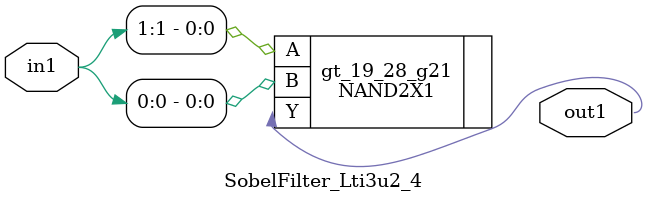
<source format=v>
`timescale 1ps / 1ps


module SobelFilter_Lti3u2_4(in1, out1);
  input [1:0] in1;
  output out1;
  wire [1:0] in1;
  wire out1;
  NAND2X1 gt_19_28_g21(.A (in1[1]), .B (in1[0]), .Y (out1));
endmodule


</source>
